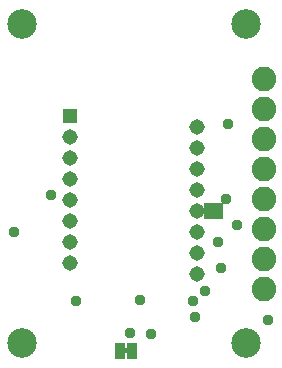
<source format=gbr>
G04 EAGLE Gerber RS-274X export*
G75*
%MOMM*%
%FSLAX34Y34*%
%LPD*%
%INSoldermask Bottom*%
%IPPOS*%
%AMOC8*
5,1,8,0,0,1.08239X$1,22.5*%
G01*
G04 Define Apertures*
%ADD10C,2.503200*%
%ADD11C,2.082800*%
%ADD12R,1.311200X1.311200*%
%ADD13C,1.311200*%
%ADD14R,0.863600X1.473200*%
%ADD15R,0.838200X1.473200*%
%ADD16C,0.959600*%
G36*
X-8840Y-139745D02*
X-3760Y-139745D01*
X-3760Y-143555D01*
X-8840Y-143555D01*
X-8840Y-139745D01*
G37*
D10*
X-95000Y-135000D03*
X95000Y-135000D03*
X95000Y135000D03*
X-95000Y135000D03*
D11*
X110000Y88656D03*
X110000Y63256D03*
X110000Y37856D03*
X110000Y12456D03*
X110000Y-12944D03*
X110000Y-38344D03*
X110000Y-63744D03*
X110000Y-89144D03*
D12*
X-53594Y56642D03*
D13*
X-53594Y38842D03*
X-53594Y21042D03*
X-53594Y3242D03*
X-53594Y-14558D03*
X-53594Y-32358D03*
X-53594Y-50158D03*
X-53594Y-67958D03*
X53340Y47752D03*
X53340Y29952D03*
X53340Y12152D03*
X53340Y-5648D03*
X53340Y-23448D03*
X53340Y-41248D03*
X53340Y-59048D03*
X53340Y-76848D03*
D14*
X-1093Y-141650D03*
X-11507Y-141650D03*
D15*
X63579Y-23650D03*
X71707Y-23650D03*
D16*
X5000Y-99000D03*
X50000Y-100000D03*
X71000Y-50000D03*
X74000Y-72000D03*
X114000Y-116000D03*
X-70000Y-10000D03*
X-101755Y-41415D03*
X80000Y50000D03*
X15000Y-128000D03*
X52000Y-113000D03*
X-49102Y-100102D03*
X78043Y-12957D03*
X-3000Y-126806D03*
X60234Y-90996D03*
X87538Y-35469D03*
M02*

</source>
